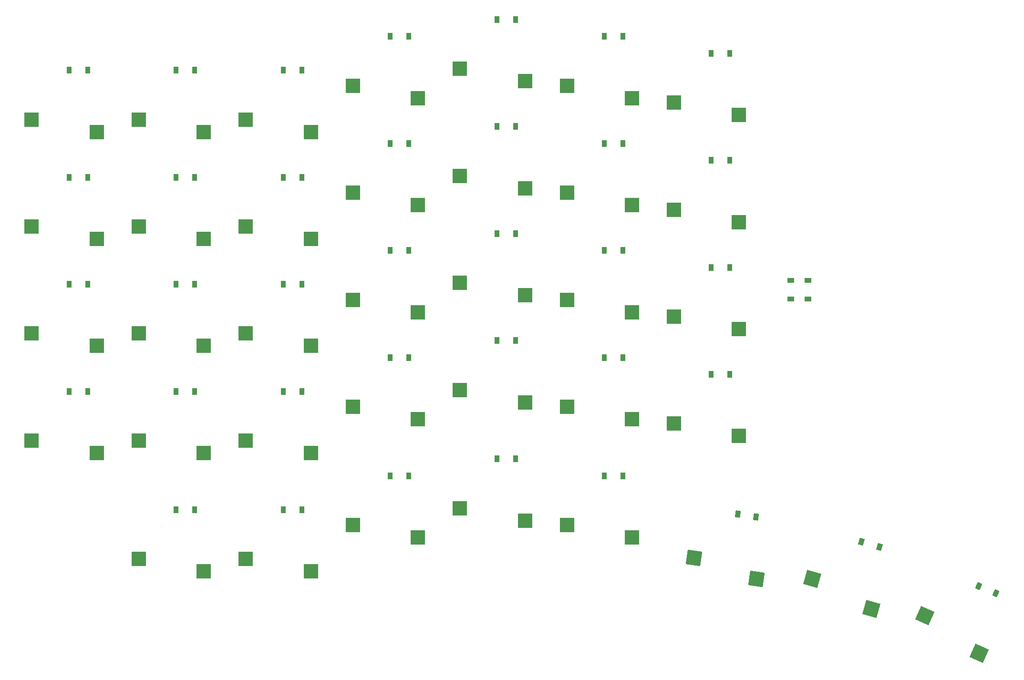
<source format=gbr>
%TF.GenerationSoftware,KiCad,Pcbnew,8.0.6*%
%TF.CreationDate,2024-11-25T22:34:02-05:00*%
%TF.ProjectId,jonkey-v2,6a6f6e6b-6579-42d7-9632-2e6b69636164,v1.0.0*%
%TF.SameCoordinates,Original*%
%TF.FileFunction,Paste,Bot*%
%TF.FilePolarity,Positive*%
%FSLAX46Y46*%
G04 Gerber Fmt 4.6, Leading zero omitted, Abs format (unit mm)*
G04 Created by KiCad (PCBNEW 8.0.6) date 2024-11-25 22:34:02*
%MOMM*%
%LPD*%
G01*
G04 APERTURE LIST*
G04 Aperture macros list*
%AMRotRect*
0 Rectangle, with rotation*
0 The origin of the aperture is its center*
0 $1 length*
0 $2 width*
0 $3 Rotation angle, in degrees counterclockwise*
0 Add horizontal line*
21,1,$1,$2,0,0,$3*%
G04 Aperture macros list end*
%ADD10R,2.600000X2.600000*%
%ADD11R,0.900000X1.200000*%
%ADD12R,1.200000X0.900000*%
%ADD13RotRect,0.900000X1.200000X352.000000*%
%ADD14RotRect,2.600000X2.600000X164.000000*%
%ADD15RotRect,0.900000X1.200000X344.000000*%
%ADD16RotRect,2.600000X2.600000X172.000000*%
%ADD17RotRect,0.900000X1.200000X336.000000*%
%ADD18RotRect,2.600000X2.600000X156.000000*%
G04 APERTURE END LIST*
D10*
%TO.C,S26*%
X205775000Y-153450000D03*
X194225000Y-151250000D03*
%TD*%
D11*
%TO.C,D8*%
X124850000Y-110500000D03*
X128150000Y-110500000D03*
%TD*%
D10*
%TO.C,S33*%
X224775000Y-99450000D03*
X213225000Y-97250000D03*
%TD*%
%TO.C,S30*%
X224775000Y-156450000D03*
X213225000Y-154250000D03*
%TD*%
%TO.C,S4*%
X110775000Y-102450000D03*
X99225000Y-100250000D03*
%TD*%
D11*
%TO.C,D5*%
X124850000Y-169500000D03*
X128150000Y-169500000D03*
%TD*%
D10*
%TO.C,S25*%
X205775000Y-174450000D03*
X194225000Y-172250000D03*
%TD*%
D12*
%TO.C,R11*%
X234000000Y-128850000D03*
X234000000Y-132150000D03*
%TD*%
D11*
%TO.C,D17*%
X162850000Y-123500000D03*
X166150000Y-123500000D03*
%TD*%
D10*
%TO.C,S3*%
X110775000Y-121450000D03*
X99225000Y-119250000D03*
%TD*%
D13*
%TO.C,D34*%
X224561924Y-170319024D03*
X227829808Y-170778296D03*
%TD*%
D10*
%TO.C,S23*%
X186775000Y-112450000D03*
X175225000Y-110250000D03*
%TD*%
D11*
%TO.C,D6*%
X124850000Y-148500000D03*
X128150000Y-148500000D03*
%TD*%
D10*
%TO.C,S11*%
X148775000Y-159450000D03*
X137225000Y-157250000D03*
%TD*%
%TO.C,S6*%
X129775000Y-159450000D03*
X118225000Y-157250000D03*
%TD*%
%TO.C,S24*%
X186775000Y-93450000D03*
X175225000Y-91250000D03*
%TD*%
D11*
%TO.C,D1*%
X105850000Y-148500000D03*
X109150000Y-148500000D03*
%TD*%
%TO.C,D7*%
X124850000Y-129500000D03*
X128150000Y-129500000D03*
%TD*%
D10*
%TO.C,S10*%
X148775000Y-180450000D03*
X137225000Y-178250000D03*
%TD*%
D11*
%TO.C,D18*%
X162850000Y-104500000D03*
X166150000Y-104500000D03*
%TD*%
D10*
%TO.C,S1*%
X110775000Y-159450000D03*
X99225000Y-157250000D03*
%TD*%
%TO.C,S20*%
X186775000Y-171450000D03*
X175225000Y-169250000D03*
%TD*%
%TO.C,S12*%
X148775000Y-140450000D03*
X137225000Y-138250000D03*
%TD*%
%TO.C,S29*%
X205775000Y-96450000D03*
X194225000Y-94250000D03*
%TD*%
%TO.C,S17*%
X167775000Y-134450000D03*
X156225000Y-132250000D03*
%TD*%
D11*
%TO.C,D4*%
X105850000Y-91500000D03*
X109150000Y-91500000D03*
%TD*%
D14*
%TO.C,S35*%
X248242713Y-187106551D03*
X237746542Y-181808164D03*
%TD*%
D10*
%TO.C,S2*%
X110775000Y-140450000D03*
X99225000Y-138250000D03*
%TD*%
D11*
%TO.C,D32*%
X219850000Y-107500000D03*
X223150000Y-107500000D03*
%TD*%
%TO.C,D33*%
X219850000Y-88500000D03*
X223150000Y-88500000D03*
%TD*%
D10*
%TO.C,S5*%
X129775000Y-180450000D03*
X118225000Y-178250000D03*
%TD*%
D11*
%TO.C,D2*%
X105850000Y-129500000D03*
X109150000Y-129500000D03*
%TD*%
D10*
%TO.C,S22*%
X186775000Y-131450000D03*
X175225000Y-129250000D03*
%TD*%
%TO.C,S28*%
X205775000Y-115450000D03*
X194225000Y-113250000D03*
%TD*%
%TO.C,S27*%
X205775000Y-134450000D03*
X194225000Y-132250000D03*
%TD*%
D11*
%TO.C,D3*%
X105850000Y-110500000D03*
X109150000Y-110500000D03*
%TD*%
%TO.C,D25*%
X200850000Y-163500000D03*
X204150000Y-163500000D03*
%TD*%
D10*
%TO.C,S19*%
X167775000Y-96450000D03*
X156225000Y-94250000D03*
%TD*%
D11*
%TO.C,D28*%
X200850000Y-104500000D03*
X204150000Y-104500000D03*
%TD*%
%TO.C,D12*%
X143850000Y-129500000D03*
X147150000Y-129500000D03*
%TD*%
%TO.C,D24*%
X181850000Y-82500000D03*
X185150000Y-82500000D03*
%TD*%
%TO.C,D31*%
X219850000Y-126500000D03*
X223150000Y-126500000D03*
%TD*%
D10*
%TO.C,S13*%
X148775000Y-121450000D03*
X137225000Y-119250000D03*
%TD*%
%TO.C,S15*%
X167775000Y-174450000D03*
X156225000Y-172250000D03*
%TD*%
D15*
%TO.C,D35*%
X246526728Y-175223221D03*
X249698892Y-176132825D03*
%TD*%
D11*
%TO.C,D10*%
X143850000Y-169500000D03*
X147150000Y-169500000D03*
%TD*%
D10*
%TO.C,S14*%
X148775000Y-102450000D03*
X137225000Y-100250000D03*
%TD*%
D11*
%TO.C,D27*%
X200850000Y-123500000D03*
X204150000Y-123500000D03*
%TD*%
D16*
%TO.C,S34*%
X227915048Y-181847887D03*
X216783633Y-178061848D03*
%TD*%
D10*
%TO.C,S21*%
X186775000Y-150450000D03*
X175225000Y-148250000D03*
%TD*%
%TO.C,S31*%
X224775000Y-137450000D03*
X213225000Y-135250000D03*
%TD*%
%TO.C,S18*%
X167775000Y-115450000D03*
X156225000Y-113250000D03*
%TD*%
D11*
%TO.C,D11*%
X143850000Y-148500000D03*
X147150000Y-148500000D03*
%TD*%
D10*
%TO.C,S16*%
X167775000Y-153450000D03*
X156225000Y-151250000D03*
%TD*%
D11*
%TO.C,D14*%
X143850000Y-91500000D03*
X147150000Y-91500000D03*
%TD*%
%TO.C,D9*%
X124850000Y-91500000D03*
X128150000Y-91500000D03*
%TD*%
%TO.C,D13*%
X143850000Y-110500000D03*
X147150000Y-110500000D03*
%TD*%
D17*
%TO.C,D36*%
X267333041Y-183041170D03*
X270347741Y-184383400D03*
%TD*%
D11*
%TO.C,D16*%
X162850000Y-142500000D03*
X166150000Y-142500000D03*
%TD*%
D10*
%TO.C,S9*%
X129775000Y-102450000D03*
X118225000Y-100250000D03*
%TD*%
D18*
%TO.C,S36*%
X267378486Y-195047670D03*
X257721857Y-188340062D03*
%TD*%
D11*
%TO.C,D30*%
X219850000Y-145500000D03*
X223150000Y-145500000D03*
%TD*%
%TO.C,D21*%
X181850000Y-139500000D03*
X185150000Y-139500000D03*
%TD*%
%TO.C,D26*%
X200850000Y-142500000D03*
X204150000Y-142500000D03*
%TD*%
D12*
%TO.C,R21*%
X237000000Y-128850000D03*
X237000000Y-132150000D03*
%TD*%
D10*
%TO.C,S32*%
X224775000Y-118450000D03*
X213225000Y-116250000D03*
%TD*%
D11*
%TO.C,D22*%
X181850000Y-120500000D03*
X185150000Y-120500000D03*
%TD*%
%TO.C,D23*%
X181850000Y-101500000D03*
X185150000Y-101500000D03*
%TD*%
D10*
%TO.C,S7*%
X129775000Y-140450000D03*
X118225000Y-138250000D03*
%TD*%
D11*
%TO.C,D20*%
X181850000Y-160500000D03*
X185150000Y-160500000D03*
%TD*%
%TO.C,D29*%
X200850000Y-85500000D03*
X204150000Y-85500000D03*
%TD*%
%TO.C,D15*%
X162850000Y-163500000D03*
X166150000Y-163500000D03*
%TD*%
%TO.C,D19*%
X162850000Y-85500000D03*
X166150000Y-85500000D03*
%TD*%
D10*
%TO.C,S8*%
X129775000Y-121450000D03*
X118225000Y-119250000D03*
%TD*%
M02*

</source>
